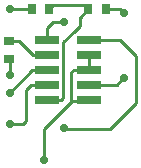
<source format=gtl>
G04*
G04 #@! TF.GenerationSoftware,Altium Limited,Altium Designer,19.0.12 (326)*
G04*
G04 Layer_Physical_Order=1*
G04 Layer_Color=255*
%FSLAX25Y25*%
%MOIN*%
G70*
G01*
G75*
%ADD12R,0.08100X0.03000*%
%ADD13R,0.02756X0.03543*%
%ADD14R,0.03543X0.02756*%
%ADD19C,0.01000*%
%ADD20C,0.02756*%
D12*
X132591Y138465D02*
D03*
Y133465D02*
D03*
Y128465D02*
D03*
Y123465D02*
D03*
X118591D02*
D03*
Y128465D02*
D03*
Y133465D02*
D03*
Y138465D02*
D03*
Y143465D02*
D03*
X132591D02*
D03*
D13*
X113583Y153937D02*
D03*
X119488D02*
D03*
X138386Y153937D02*
D03*
X132480D02*
D03*
D14*
X105905Y143110D02*
D03*
Y137205D02*
D03*
D19*
X113779Y133465D02*
X118591D01*
X106299Y125984D02*
X113779Y133465D01*
X106299Y131889D02*
Y137008D01*
X120669Y149606D02*
X124409D01*
X111811Y126772D02*
X113504Y128465D01*
X111811Y116535D02*
Y126772D01*
X110630Y115354D02*
X111811Y116535D01*
X126772Y122835D02*
X127233Y123296D01*
X117717Y113779D02*
X126772Y122835D01*
X127233Y123296D02*
X132422D01*
X117717Y103543D02*
Y113779D01*
X118591Y143465D02*
Y147528D01*
X120669Y149606D01*
X124141Y124141D02*
Y142686D01*
X127919Y146465D01*
X127961D02*
X129528Y148031D01*
X127919Y146465D02*
X127961D01*
X129528Y148031D02*
Y150984D01*
X132480Y153937D01*
X131299Y155118D02*
X132480Y153937D01*
X120669Y155118D02*
X131299D01*
X119488Y153937D02*
X120669Y155118D01*
X132422Y123296D02*
X132591Y123465D01*
X126772Y122835D02*
Y132677D01*
X127559Y133465D01*
X132591D01*
X118591Y123465D02*
X123465D01*
X124141Y124141D01*
X124409Y113779D02*
X139764D01*
X148488Y122504D02*
Y138126D01*
X139764Y113779D02*
X148488Y122504D01*
X132591Y143465D02*
X143150D01*
X148488Y138126D01*
X109252Y143110D02*
X113898Y138465D01*
X118591D01*
X105905Y143110D02*
X109252D01*
X105512D02*
X105905D01*
X143891Y153150D02*
X144488Y152552D01*
X143701Y153150D02*
X143891D01*
X142913Y153937D02*
X143701Y153150D01*
X138386Y153937D02*
X142913D01*
X144095Y130709D02*
X144290D01*
X141850Y128465D02*
X144095Y130709D01*
X132591Y128465D02*
X141850D01*
X132500Y143374D02*
X132591Y143465D01*
X106299Y115354D02*
X110630D01*
X113504Y128465D02*
X118591D01*
X105905Y136811D02*
Y137205D01*
X107087Y153937D02*
X107087Y153937D01*
X113583D01*
X132591Y133465D02*
Y138465D01*
X105512Y136811D02*
X105905Y137205D01*
X105039Y143032D02*
X105118Y143110D01*
X117606Y122992D02*
X117606Y122992D01*
D20*
X106299Y125984D02*
D03*
Y131889D02*
D03*
X124409Y149606D02*
D03*
X117717Y103543D02*
D03*
X124409Y114173D02*
D03*
X144488Y152552D02*
D03*
Y130709D02*
D03*
X106299Y115354D02*
D03*
Y153937D02*
D03*
M02*

</source>
